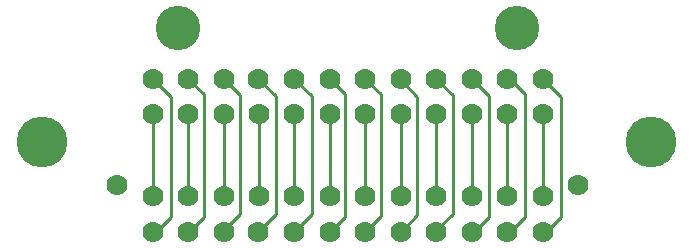
<source format=gbl>
G04*
G04 #@! TF.GenerationSoftware,Altium Limited,Altium Designer,19.1.8 (144)*
G04*
G04 Layer_Physical_Order=2*
G04 Layer_Color=16711680*
%FSLAX25Y25*%
%MOIN*%
G70*
G01*
G75*
%ADD10C,0.01000*%
%ADD14C,0.07000*%
%ADD15C,0.14800*%
%ADD16C,0.16929*%
D10*
X232000Y289000D02*
X237000Y294000D01*
X231000Y289000D02*
X232000D01*
X237000Y294000D02*
Y334000D01*
X231000Y340000D02*
X237000Y334000D01*
X243000Y289000D02*
X248000Y294000D01*
X242800Y289000D02*
X243000D01*
X248000Y294000D02*
Y334800D01*
X242800Y340000D02*
X248000Y334800D01*
X254600Y289600D02*
X260000Y295000D01*
X254600Y289000D02*
Y289600D01*
X260000Y295000D02*
Y334600D01*
X254600Y340000D02*
X260000Y334600D01*
X266200Y289000D02*
X272000Y294800D01*
Y334200D01*
X266200Y340000D02*
X272000Y334200D01*
X278200Y289000D02*
X284000Y294800D01*
Y334200D01*
X278200Y340000D02*
X284000Y334200D01*
X290000Y289000D02*
X295000Y294000D01*
Y335000D01*
X290000Y340000D02*
X295000Y335000D01*
X301800Y289000D02*
X307000Y294200D01*
Y334800D01*
X301800Y340000D02*
X307000Y334800D01*
X313600Y289000D02*
X319000Y294400D01*
Y334000D01*
X313600Y339400D02*
X319000Y334000D01*
X313600Y339400D02*
Y340000D01*
X325400Y289400D02*
X331000Y295000D01*
X325400Y289000D02*
Y289400D01*
X331000Y295000D02*
Y334400D01*
X325400Y340000D02*
X331000Y334400D01*
X338000Y289000D02*
X343000Y294000D01*
X337300Y289000D02*
X338000D01*
X343000Y294000D02*
Y334300D01*
X337300Y340000D02*
X343000Y334300D01*
X350000Y289000D02*
X355000Y294000D01*
X349100Y289000D02*
X350000D01*
X355000Y294000D02*
Y335000D01*
X350000Y340000D02*
X355000Y335000D01*
X349100Y340000D02*
X350000D01*
X362000Y289000D02*
X367000Y294000D01*
X360900Y289000D02*
X362000D01*
X367000Y294000D02*
Y333900D01*
X360900Y340000D02*
X367000Y333900D01*
X360900Y300800D02*
Y328200D01*
X349100Y300800D02*
Y328200D01*
X337300Y300800D02*
Y328200D01*
X325400Y300800D02*
Y328200D01*
X313600Y300800D02*
Y328200D01*
X301800Y300800D02*
Y328200D01*
X290000Y300800D02*
Y328200D01*
X278200Y300800D02*
Y328200D01*
X266400Y300800D02*
Y328200D01*
X254600Y300800D02*
Y328200D01*
X242800Y300800D02*
Y328200D01*
X231000Y300800D02*
Y328200D01*
X324414Y330811D02*
X325400Y329825D01*
X337300Y289000D02*
X337986Y289686D01*
X278200Y289000D02*
X279200Y288000D01*
X242800Y289000D02*
X243200Y288600D01*
X242800Y340000D02*
X243000Y340200D01*
X361000Y330711D02*
X361100Y330811D01*
X360800Y330711D02*
X360900Y330811D01*
X349200Y330711D02*
X349300Y330811D01*
X349000Y330711D02*
X349100Y330811D01*
X337400Y330711D02*
X337500Y330811D01*
X337200Y330711D02*
X337300Y330811D01*
X325500Y330711D02*
X325600Y330811D01*
X325300Y330711D02*
X325400Y330811D01*
X313700Y330711D02*
X313800Y330811D01*
X313500Y330711D02*
X313600Y330811D01*
X301900Y330711D02*
X302000Y330811D01*
X301700Y330711D02*
X301800Y330811D01*
X290100Y330711D02*
X290200Y330811D01*
X289900Y330711D02*
X290000Y330811D01*
X278300Y330711D02*
X278400Y330811D01*
X278100Y330711D02*
X278200Y330811D01*
X266500Y330711D02*
X266600Y330811D01*
X266300Y330711D02*
X266400Y330811D01*
X254400Y330611D02*
X254600Y330811D01*
X242900Y330711D02*
X243000Y330811D01*
X242700Y330711D02*
X242800Y330811D01*
X231100Y330711D02*
X231200Y330811D01*
X230900Y330711D02*
X231000Y330811D01*
D14*
X360900Y328200D02*
D03*
X349100D02*
D03*
Y340000D02*
D03*
X360900D02*
D03*
X242800Y328200D02*
D03*
X231000D02*
D03*
Y340000D02*
D03*
X242800D02*
D03*
X337300D02*
D03*
X254600D02*
D03*
Y328200D02*
D03*
X266400D02*
D03*
X266200Y340000D02*
D03*
X325400D02*
D03*
X290000D02*
D03*
X301800D02*
D03*
X278200D02*
D03*
X313600D02*
D03*
Y328200D02*
D03*
X278200D02*
D03*
X301800D02*
D03*
X290000D02*
D03*
X325400D02*
D03*
X337300D02*
D03*
X219200Y304500D02*
D03*
X372700D02*
D03*
X337300Y300800D02*
D03*
X325400D02*
D03*
X290000D02*
D03*
X301800D02*
D03*
X278200D02*
D03*
X313600D02*
D03*
Y289000D02*
D03*
X278200D02*
D03*
X301800D02*
D03*
X290000D02*
D03*
X325400D02*
D03*
X266200D02*
D03*
X266400Y300800D02*
D03*
X254600D02*
D03*
Y289000D02*
D03*
X337300D02*
D03*
X242800D02*
D03*
X231000D02*
D03*
Y300800D02*
D03*
X242800D02*
D03*
X360900Y289000D02*
D03*
X349100D02*
D03*
Y300800D02*
D03*
X360900D02*
D03*
D15*
X239400Y357000D02*
D03*
X352400D02*
D03*
D16*
X194000Y319000D02*
D03*
X397000D02*
D03*
M02*

</source>
